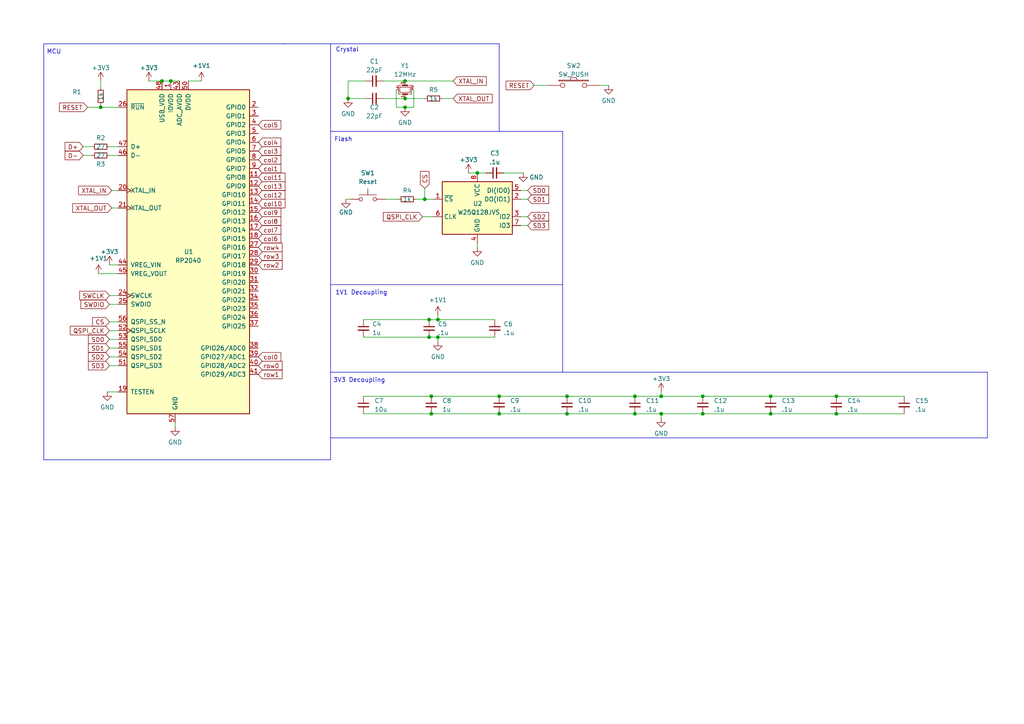
<source format=kicad_sch>
(kicad_sch (version 20230221) (generator eeschema)
  (paper "A4")
  (lib_symbols
    (symbol "Device:C_Small" (pin_numbers hide) (pin_names (offset 0.254) hide)
      (property "Reference" "C" (at 0.254 1.778 0))
      (property "Value" "C_Small" (at 0.254 -2.032 0))
      (symbol "C_Small_0_1"
        (polyline (pts (xy -1.524 -0.508) (xy 1.524 -0.508)) (stroke (width 0.3302)))
        (polyline (pts (xy -1.524 0.508) (xy 1.524 0.508)) (stroke (width 0.3048)))
      )
      (symbol "C_Small_1_1"
        (pin passive line (at 0 2.54 270) (length 2.032) (name "~") (number "1"))
        (pin passive line (at 0 -2.54 90) (length 2.032) (name "~") (number "2"))
      )
    )
    (symbol "Device:Crystal_GND24_Small" (pin_names (offset 1.016) hide)
      (property "Reference" "Y" (at 1.27 4.445 0))
      (property "Value" "Crystal_GND24_Small" (at 1.27 2.54 0))
      (symbol "Crystal_GND24_Small_0_1"
        (rectangle (start -0.762 -1.524) (end 0.762 1.524))
        (polyline (pts (xy -1.27 -0.762) (xy -1.27 0.762)) (stroke (width 0.381)))
        (polyline (pts (xy 1.27 -0.762) (xy 1.27 0.762)) (stroke (width 0.381)))
        (polyline (pts (xy -1.27 -1.27) (xy -1.27 -1.905) (xy 1.27 -1.905) (xy 1.27 -1.27)))
        (polyline (pts (xy -1.27 1.27) (xy -1.27 1.905) (xy 1.27 1.905) (xy 1.27 1.27)))
      )
      (symbol "Crystal_GND24_Small_1_1"
        (pin passive line (at -2.54 0 0) (length 1.27) (name "1") (number "1"))
        (pin passive line (at 0 -2.54 90) (length 0.635) (name "2") (number "2"))
        (pin passive line (at 2.54 0 180) (length 1.27) (name "3") (number "3"))
        (pin passive line (at 0 2.54 270) (length 0.635) (name "4") (number "4"))
      )
    )
    (symbol "Device:R_Small" (pin_numbers hide) (pin_names (offset 0.254) hide)
      (property "Reference" "R" (at 0.762 0.508 0))
      (property "Value" "R_Small" (at 0.762 -1.016 0))
      (symbol "R_Small_0_1"
        (rectangle (start -0.762 1.778) (end 0.762 -1.778) (stroke (width 0.2032)))
      )
      (symbol "R_Small_1_1"
        (pin passive line (at 0 2.54 270) (length 0.762) (name "~") (number "1"))
        (pin passive line (at 0 -2.54 90) (length 0.762) (name "~") (number "2"))
      )
    )
    (symbol "Memory_Flash:W25Q128JVS"
      (property "Reference" "U" (at -8.89 8.89 0))
      (property "Value" "W25Q128JVS" (at 7.62 8.89 0))
      (symbol "W25Q128JVS_0_1"
        (rectangle (start -10.16 7.62) (end 10.16 -7.62) (stroke (width 0.254)) (fill (type background)))
      )
      (symbol "W25Q128JVS_1_1"
        (pin input line (at -12.7 2.54 0) (length 2.54) (name "~{CS}") (number "1"))
        (pin bidirectional line (at 12.7 2.54 180) (length 2.54) (name "DO(IO1)") (number "2"))
        (pin bidirectional line (at 12.7 -2.54 180) (length 2.54) (name "IO2") (number "3"))
        (pin power_in line (at 0 -10.16 90) (length 2.54) (name "GND") (number "4"))
        (pin bidirectional line (at 12.7 5.08 180) (length 2.54) (name "DI(IO0)") (number "5"))
        (pin input line (at -12.7 -2.54 0) (length 2.54) (name "CLK") (number "6"))
        (pin bidirectional line (at 12.7 -5.08 180) (length 2.54) (name "IO3") (number "7"))
        (pin power_in line (at 0 10.16 270) (length 2.54) (name "VCC") (number "8"))
      )
    )
    (symbol "Switch:SW_Push" (pin_numbers hide) (pin_names (offset 1.016) hide)
      (property "Reference" "SW" (at 1.27 2.54 0))
      (property "Value" "SW_Push" (at 0 -1.524 0))
      (symbol "SW_Push_0_1"
        (circle (center -2.032 0) (radius 0.508))
        (polyline (pts (xy 0 1.27) (xy 0 3.048)))
        (polyline (pts (xy 2.54 1.27) (xy -2.54 1.27)))
        (circle (center 2.032 0) (radius 0.508))
        (pin passive line (at -5.08 0 0) (length 2.54) (name "1") (number "1"))
        (pin passive line (at 5.08 0 180) (length 2.54) (name "2") (number "2"))
      )
    )
    (symbol "cipulot_parts:RP2040" (pin_names (offset 1.016))
      (property "Reference" "U" (at 8.89 51.435 0))
      (property "Value" "RP2040" (at 8.89 48.895 0))
      (symbol "RP2040_0_0"
        (rectangle (start -17.78 -45.72) (end 17.78 48.26) (stroke (width 0.254)) (fill (type background)))
      )
      (symbol "RP2040_1_1"
        (pin power_in line (at -5.08 50.8 270) (length 2.54) (name "IOVDD") (number "1"))
        (pin power_in line (at -5.08 50.8 270) (length 2.54) hide (name "IOVDD") (number "10"))
        (pin input line (at 20.32 22.86 180) (length 2.54) (name "GPIO8") (number "11"))
        (pin input line (at 20.32 20.32 180) (length 2.54) (name "GPIO9") (number "12"))
        (pin input line (at 20.32 17.78 180) (length 2.54) (name "GPIO10") (number "13"))
        (pin input line (at 20.32 15.24 180) (length 2.54) (name "GPIO11") (number "14"))
        (pin input line (at 20.32 12.7 180) (length 2.54) (name "GPIO12") (number "15"))
        (pin input line (at 20.32 10.16 180) (length 2.54) (name "GPIO13") (number "16"))
        (pin input line (at 20.32 7.62 180) (length 2.54) (name "GPIO14") (number "17"))
        (pin input line (at 20.32 5.08 180) (length 2.54) (name "GPIO15") (number "18"))
        (pin input line (at -20.32 -39.37 0) (length 2.54) (name "TESTEN") (number "19"))
        (pin input line (at 20.32 43.18 180) (length 2.54) (name "GPIO0") (number "2"))
        (pin input clock (at -20.32 19.05 0) (length 2.54) (name "XTAL_IN") (number "20"))
        (pin input clock (at -20.32 13.97 0) (length 2.54) (name "XTAL_OUT") (number "21"))
        (pin power_in line (at -5.08 50.8 270) (length 2.54) hide (name "IOVDD") (number "22"))
        (pin power_in line (at 0 50.8 270) (length 2.54) hide (name "DVDD") (number "23"))
        (pin input clock (at -20.32 -11.43 0) (length 2.54) (name "SWCLK") (number "24"))
        (pin bidirectional line (at -20.32 -13.97 0) (length 2.54) (name "SWDIO") (number "25"))
        (pin input line (at -20.32 43.18 0) (length 2.54) (name "~{RUN}") (number "26"))
        (pin input line (at 20.32 2.54 180) (length 2.54) (name "GPIO16") (number "27"))
        (pin input line (at 20.32 0 180) (length 2.54) (name "GPIO17") (number "28"))
        (pin input line (at 20.32 -2.54 180) (length 2.54) (name "GPIO18") (number "29"))
        (pin input line (at 20.32 40.64 180) (length 2.54) (name "GPIO1") (number "3"))
        (pin input line (at 20.32 -5.08 180) (length 2.54) (name "GPIO19") (number "30"))
        (pin input line (at 20.32 -7.62 180) (length 2.54) (name "GPIO20") (number "31"))
        (pin input line (at 20.32 -10.16 180) (length 2.54) (name "GPIO21") (number "32"))
        (pin power_in line (at -5.08 50.8 270) (length 2.54) hide (name "IOVDD") (number "33"))
        (pin input line (at 20.32 -12.7 180) (length 2.54) (name "GPIO22") (number "34"))
        (pin input line (at 20.32 -15.24 180) (length 2.54) (name "GPIO23") (number "35"))
        (pin input line (at 20.32 -17.78 180) (length 2.54) (name "GPIO24") (number "36"))
        (pin input line (at 20.32 -20.32 180) (length 2.54) (name "GPIO25") (number "37"))
        (pin input line (at 20.32 -26.67 180) (length 2.54) (name "GPIO26/ADC0") (number "38"))
        (pin input line (at 20.32 -29.21 180) (length 2.54) (name "GPIO27/ADC1") (number "39"))
        (pin input line (at 20.32 38.1 180) (length 2.54) (name "GPIO2") (number "4"))
        (pin input line (at 20.32 -31.75 180) (length 2.54) (name "GPIO28/ADC2") (number "40"))
        (pin input line (at 20.32 -34.29 180) (length 2.54) (name "GPIO29/ADC3") (number "41"))
        (pin power_in line (at -5.08 50.8 270) (length 2.54) hide (name "IOVDD") (number "42"))
        (pin power_in line (at -2.54 50.8 270) (length 2.54) (name "ADC_AVDD") (number "43"))
        (pin power_in line (at -20.32 -2.54 0) (length 2.54) (name "VREG_VIN") (number "44"))
        (pin power_out line (at -20.32 -5.08 0) (length 2.54) (name "VREG_VOUT") (number "45"))
        (pin bidirectional line (at -20.32 29.21 0) (length 2.54) (name "D-") (number "46"))
        (pin bidirectional line (at -20.32 31.75 0) (length 2.54) (name "D+") (number "47"))
        (pin power_in line (at -7.62 50.8 270) (length 2.54) (name "USB_VDD") (number "48"))
        (pin power_in line (at -5.08 50.8 270) (length 2.54) hide (name "IOVDD") (number "49"))
        (pin input line (at 20.32 35.56 180) (length 2.54) (name "GPIO3") (number "5"))
        (pin power_in line (at 0 50.8 270) (length 2.54) (name "DVDD") (number "50"))
        (pin bidirectional line (at -20.32 -31.75 0) (length 2.54) (name "QSPI_SD3") (number "51"))
        (pin input clock (at -20.32 -21.59 0) (length 2.54) (name "QSPI_SCLK") (number "52"))
        (pin bidirectional line (at -20.32 -24.13 0) (length 2.54) (name "QSPI_SD0") (number "53"))
        (pin bidirectional line (at -20.32 -29.21 0) (length 2.54) (name "QSPI_SD2") (number "54"))
        (pin bidirectional line (at -20.32 -26.67 0) (length 2.54) (name "QSPI_SD1") (number "55"))
        (pin bidirectional line (at -20.32 -19.05 0) (length 2.54) (name "QSPI_SS_N") (number "56"))
        (pin power_in line (at -3.81 -48.26 90) (length 2.54) (name "GND") (number "57"))
        (pin input line (at 20.32 33.02 180) (length 2.54) (name "GPIO4") (number "6"))
        (pin input line (at 20.32 30.48 180) (length 2.54) (name "GPIO5") (number "7"))
        (pin input line (at 20.32 27.94 180) (length 2.54) (name "GPIO6") (number "8"))
        (pin input line (at 20.32 25.4 180) (length 2.54) (name "GPIO7") (number "9"))
      )
    )
    (symbol "cipulot_parts:SW_PUSH" (pin_numbers hide) (pin_names (offset 1.016) hide)
      (property "Reference" "SW" (at 3.81 2.794 0))
      (property "Value" "SW_PUSH" (at 0 -2.032 0))
      (symbol "SW_PUSH_0_1"
        (rectangle (start -4.318 1.27) (end 4.318 1.524))
        (polyline (pts (xy -1.016 1.524) (xy -0.762 2.286) (xy 0.762 2.286) (xy 1.016 1.524)))
        (pin passive inverted (at -7.62 0 0) (length 5.08) (name "1") (number "1"))
        (pin passive inverted (at 7.62 0 180) (length 5.08) (name "2") (number "2"))
      )
    )
    (symbol "power:+1V1" (power) (pin_names (offset 0))
      (property "Value" "+1V1" (at 0 3.556 0))
      (symbol "+1V1_0_1"
        (polyline (pts (xy -0.762 1.27) (xy 0 2.54)))
        (polyline (pts (xy 0 0) (xy 0 2.54)))
        (polyline (pts (xy 0 2.54) (xy 0.762 1.27)))
      )
      (symbol "+1V1_1_1"
        (pin power_in line (at 0 0 90) (length 0) hide (name "+1V1") (number "1"))
      )
    )
    (symbol "power:+3V3" (power) (pin_names (offset 0))
      (property "Value" "+3V3" (at 0 3.556 0))
      (symbol "+3V3_0_1"
        (polyline (pts (xy -0.762 1.27) (xy 0 2.54)))
        (polyline (pts (xy 0 0) (xy 0 2.54)))
        (polyline (pts (xy 0 2.54) (xy 0.762 1.27)))
      )
      (symbol "+3V3_1_1"
        (pin power_in line (at 0 0 90) (length 0) hide (name "+3V3") (number "1"))
      )
    )
    (symbol "power:GND" (power) (pin_names (offset 0))
      (property "Value" "GND" (at 0 -3.81 0))
      (symbol "GND_0_1"
        (polyline (pts (xy 0 0) (xy 0 -1.27) (xy 1.27 -1.27) (xy 0 -2.54) (xy -1.27 -1.27) (xy 0 -1.27)))
      )
      (symbol "GND_1_1"
        (pin power_in line (at 0 0 270) (length 0) hide (name "GND") (number "1"))
      )
    )
  )
  (junction (at 46.99 23.495))
  (junction (at 242.57 114.935))
  (junction (at 203.835 114.935))
  (junction (at 100.965 28.575))
  (junction (at 184.15 120.015))
  (junction (at 223.52 114.935))
  (junction (at 117.475 28.575))
  (junction (at 164.465 120.015))
  (junction (at 191.77 120.015))
  (junction (at 223.52 120.015))
  (junction (at 127 97.79))
  (junction (at 125.095 114.935))
  (junction (at 138.43 50.165))
  (junction (at 29.21 31.115))
  (junction (at 144.78 120.015))
  (junction (at 124.46 92.71))
  (junction (at 203.835 120.015))
  (junction (at 125.095 120.015))
  (junction (at 123.19 57.785))
  (junction (at 164.465 114.935))
  (junction (at 144.78 114.935))
  (junction (at 127 92.71))
  (junction (at 49.53 23.495))
  (junction (at 124.46 97.79))
  (junction (at 184.15 114.935))
  (junction (at 117.475 31.115))
  (junction (at 117.475 23.495))
  (junction (at 191.77 114.935))
  (junction (at 242.57 120.015))
  (wire (pts (xy 127 97.79) (xy 143.51 97.79)))
  (polyline (pts (xy 163.195 38.1) (xy 163.195 82.55)))
  (wire (pts (xy 114.935 31.115) (xy 117.475 31.115)))
  (wire (pts (xy 184.15 120.015) (xy 191.77 120.015)))
  (wire (pts (xy 32.385 55.245) (xy 34.29 55.245)))
  (wire (pts (xy 29.21 23.495) (xy 29.21 25.4)))
  (wire (pts (xy 46.99 23.495) (xy 49.53 23.495)))
  (wire (pts (xy 31.115 113.665) (xy 34.29 113.665)))
  (wire (pts (xy 31.75 45.085) (xy 34.29 45.085)))
  (wire (pts (xy 122.555 62.865) (xy 125.73 62.865)))
  (wire (pts (xy 151.13 55.245) (xy 153.035 55.245)))
  (wire (pts (xy 31.75 42.545) (xy 34.29 42.545)))
  (wire (pts (xy 191.77 121.285) (xy 191.77 120.015)))
  (wire (pts (xy 25.4 31.115) (xy 29.21 31.115)))
  (wire (pts (xy 146.05 50.165) (xy 151.765 50.165)))
  (polyline (pts (xy 81.915 12.7) (xy 95.885 12.7)))
  (polyline (pts (xy 163.195 82.55) (xy 163.195 107.95)))
  (wire (pts (xy 54.61 23.495) (xy 58.42 23.495)))
  (wire (pts (xy 31.75 88.265) (xy 34.29 88.265)))
  (wire (pts (xy 31.75 106.045) (xy 34.29 106.045)))
  (wire (pts (xy 127 91.44) (xy 127 92.71)))
  (wire (pts (xy 114.935 26.035) (xy 114.935 31.115)))
  (wire (pts (xy 151.13 65.405) (xy 153.035 65.405)))
  (wire (pts (xy 173.99 24.765) (xy 176.53 24.765)))
  (wire (pts (xy 144.78 114.935) (xy 164.465 114.935)))
  (wire (pts (xy 144.78 120.015) (xy 164.465 120.015)))
  (wire (pts (xy 117.475 28.575) (xy 123.19 28.575)))
  (wire (pts (xy 31.75 76.835) (xy 34.29 76.835)))
  (polyline (pts (xy 82.55 133.35) (xy 95.885 133.35)))
  (wire (pts (xy 105.41 120.015) (xy 125.095 120.015)))
  (wire (pts (xy 100.965 23.495) (xy 106.045 23.495)))
  (wire (pts (xy 123.19 57.785) (xy 125.73 57.785)))
  (wire (pts (xy 24.13 42.545) (xy 26.67 42.545)))
  (wire (pts (xy 127 97.79) (xy 127 99.06)))
  (wire (pts (xy 138.43 50.165) (xy 140.97 50.165)))
  (wire (pts (xy 28.575 79.375) (xy 34.29 79.375)))
  (wire (pts (xy 203.835 114.935) (xy 223.52 114.935)))
  (wire (pts (xy 191.77 120.015) (xy 203.835 120.015)))
  (wire (pts (xy 120.65 57.785) (xy 123.19 57.785)))
  (polyline (pts (xy 95.885 127) (xy 286.385 127)))
  (wire (pts (xy 31.75 100.965) (xy 34.29 100.965)))
  (wire (pts (xy 31.75 98.425) (xy 34.29 98.425)))
  (wire (pts (xy 111.125 23.495) (xy 117.475 23.495)))
  (wire (pts (xy 29.21 31.115) (xy 34.29 31.115)))
  (wire (pts (xy 29.21 30.48) (xy 29.21 31.115)))
  (wire (pts (xy 49.53 23.495) (xy 52.07 23.495)))
  (wire (pts (xy 31.75 95.885) (xy 34.29 95.885)))
  (polyline (pts (xy 82.55 133.35) (xy 12.7 133.35)))
  (wire (pts (xy 127 92.71) (xy 143.51 92.71)))
  (wire (pts (xy 223.52 120.015) (xy 242.57 120.015)))
  (wire (pts (xy 128.27 28.575) (xy 131.445 28.575)))
  (wire (pts (xy 100.965 28.575) (xy 106.045 28.575)))
  (wire (pts (xy 223.52 114.935) (xy 242.57 114.935)))
  (wire (pts (xy 242.57 120.015) (xy 262.255 120.015)))
  (wire (pts (xy 164.465 114.935) (xy 184.15 114.935)))
  (wire (pts (xy 105.41 114.935) (xy 125.095 114.935)))
  (wire (pts (xy 111.125 28.575) (xy 117.475 28.575)))
  (wire (pts (xy 31.75 103.505) (xy 34.29 103.505)))
  (wire (pts (xy 120.015 26.035) (xy 120.015 31.115)))
  (wire (pts (xy 123.19 54.61) (xy 123.19 57.785)))
  (wire (pts (xy 111.76 57.785) (xy 115.57 57.785)))
  (wire (pts (xy 50.8 122.555) (xy 50.8 123.825)))
  (wire (pts (xy 164.465 120.015) (xy 184.15 120.015)))
  (wire (pts (xy 31.75 85.725) (xy 34.29 85.725)))
  (wire (pts (xy 125.095 120.015) (xy 144.78 120.015)))
  (polyline (pts (xy 286.385 107.95) (xy 286.385 127)))
  (polyline (pts (xy 12.7 12.7) (xy 82.55 12.7)))
  (polyline (pts (xy 144.78 12.7) (xy 144.78 38.1)))
  (polyline (pts (xy 144.78 38.1) (xy 163.195 38.1)))
  (polyline (pts (xy 95.885 107.95) (xy 163.195 107.95)))
  (polyline (pts (xy 95.885 12.7) (xy 95.885 133.35)))
  (wire (pts (xy 105.41 92.71) (xy 124.46 92.71)))
  (polyline (pts (xy 144.78 38.1) (xy 95.885 38.1)))
  (wire (pts (xy 100.965 28.575) (xy 100.965 23.495)))
  (wire (pts (xy 31.75 93.345) (xy 34.29 93.345)))
  (wire (pts (xy 191.77 114.935) (xy 203.835 114.935)))
  (wire (pts (xy 203.835 120.015) (xy 223.52 120.015)))
  (wire (pts (xy 184.15 114.935) (xy 191.77 114.935)))
  (polyline (pts (xy 95.885 12.7) (xy 144.78 12.7)))
  (wire (pts (xy 151.13 57.785) (xy 153.035 57.785)))
  (wire (pts (xy 135.89 50.165) (xy 138.43 50.165)))
  (wire (pts (xy 125.095 114.935) (xy 144.78 114.935)))
  (wire (pts (xy 154.94 24.765) (xy 158.75 24.765)))
  (wire (pts (xy 43.18 23.495) (xy 46.99 23.495)))
  (polyline (pts (xy 12.7 12.7) (xy 12.7 133.35)))
  (wire (pts (xy 100.33 57.785) (xy 101.6 57.785)))
  (wire (pts (xy 124.46 92.71) (xy 127 92.71)))
  (wire (pts (xy 32.385 60.325) (xy 34.29 60.325)))
  (wire (pts (xy 120.015 31.115) (xy 117.475 31.115)))
  (wire (pts (xy 117.475 23.495) (xy 131.445 23.495)))
  (polyline (pts (xy 163.195 82.55) (xy 95.885 82.55)))
  (wire (pts (xy 105.41 97.79) (xy 124.46 97.79)))
  (polyline (pts (xy 163.195 107.95) (xy 286.385 107.95)))
  (wire (pts (xy 124.46 97.79) (xy 127 97.79)))
  (wire (pts (xy 138.43 70.485) (xy 138.43 71.755)))
  (wire (pts (xy 191.77 113.665) (xy 191.77 114.935)))
  (wire (pts (xy 151.13 62.865) (xy 153.035 62.865)))
  (wire (pts (xy 24.13 45.085) (xy 26.67 45.085)))
  (wire (pts (xy 242.57 114.935) (xy 262.255 114.935)))
  (text "1V1 Decoupling" (at 112.395 85.725 0) (effects (font (size 1.27 1.27)) (justify right bottom)))
  (text "Flash\n" (at 102.235 41.275 0) (effects (font (size 1.27 1.27)) (justify right bottom)))
  (text "3V3 Decoupling" (at 111.76 111.125 0) (effects (font (size 1.27 1.27)) (justify right bottom)))
  (text "Crystal\n" (at 104.14 15.24 0) (effects (font (size 1.27 1.27)) (justify right bottom)))
  (text "MCU\n" (at 17.78 15.875 0) (effects (font (size 1.27 1.27)) (justify right bottom)))
  (global_label "XTAL_IN" (shape input) (at 131.445 23.495 0) (property "Intersheetrefs" "${INTERSHEET_REFS}" (effects hide)))
  (global_label "D-" (shape input) (at 24.13 45.085 180) (property "Intersheetrefs" "${INTERSHEET_REFS}" (effects hide)))
  (global_label "CS" (shape input) (at 31.75 93.345 180) (property "Intersheetrefs" "${INTERSHEET_REFS}" (effects hide)))
  (global_label "col7" (shape input) (at 74.93 66.675 0) (property "Intersheetrefs" "${INTERSHEET_REFS}" (effects hide)))
  (global_label "SD2" (shape input) (at 31.75 103.505 180) (property "Intersheetrefs" "${INTERSHEET_REFS}" (effects hide)))
  (global_label "col6" (shape input) (at 74.93 69.215 0) (property "Intersheetrefs" "${INTERSHEET_REFS}" (effects hide)))
  (global_label "col2" (shape input) (at 74.93 46.355 0) (property "Intersheetrefs" "${INTERSHEET_REFS}" (effects hide)))
  (global_label "row1" (shape input) (at 74.93 108.585 0) (property "Intersheetrefs" "${INTERSHEET_REFS}" (effects hide)))
  (global_label "col12" (shape input) (at 74.93 56.515 0) (property "Intersheetrefs" "${INTERSHEET_REFS}" (effects hide)))
  (global_label "row3" (shape input) (at 74.93 74.295 0) (property "Intersheetrefs" "${INTERSHEET_REFS}" (effects hide)))
  (global_label "QSPI_CLK" (shape input) (at 31.75 95.885 180) (property "Intersheetrefs" "${INTERSHEET_REFS}" (effects hide)))
  (global_label "RESET" (shape input) (at 25.4 31.115 180) (property "Intersheetrefs" "${INTERSHEET_REFS}" (effects hide)))
  (global_label "XTAL_IN" (shape input) (at 32.385 55.245 180) (property "Intersheetrefs" "${INTERSHEET_REFS}" (effects hide)))
  (global_label "row0" (shape input) (at 74.93 106.045 0) (property "Intersheetrefs" "${INTERSHEET_REFS}" (effects hide)))
  (global_label "XTAL_OUT" (shape input) (at 131.445 28.575 0) (property "Intersheetrefs" "${INTERSHEET_REFS}" (effects hide)))
  (global_label "col0" (shape input) (at 74.93 103.505 0) (property "Intersheetrefs" "${INTERSHEET_REFS}" (effects hide)))
  (global_label "SD1" (shape input) (at 31.75 100.965 180) (property "Intersheetrefs" "${INTERSHEET_REFS}" (effects hide)))
  (global_label "XTAL_OUT" (shape input) (at 32.385 60.325 180) (property "Intersheetrefs" "${INTERSHEET_REFS}" (effects hide)))
  (global_label "col8" (shape input) (at 74.93 64.135 0) (property "Intersheetrefs" "${INTERSHEET_REFS}" (effects hide)))
  (global_label "SD1" (shape input) (at 153.035 57.785 0) (property "Intersheetrefs" "${INTERSHEET_REFS}" (effects hide)))
  (global_label "SWDIO" (shape input) (at 31.75 88.265 180) (property "Intersheetrefs" "${INTERSHEET_REFS}" (effects hide)))
  (global_label "D+" (shape input) (at 24.13 42.545 180) (property "Intersheetrefs" "${INTERSHEET_REFS}" (effects hide)))
  (global_label "SD0" (shape input) (at 31.75 98.425 180) (property "Intersheetrefs" "${INTERSHEET_REFS}" (effects hide)))
  (global_label "QSPI_CLK" (shape input) (at 122.555 62.865 180) (property "Intersheetrefs" "${INTERSHEET_REFS}" (effects hide)))
  (global_label "SD3" (shape input) (at 31.75 106.045 180) (property "Intersheetrefs" "${INTERSHEET_REFS}" (effects hide)))
  (global_label "SD3" (shape input) (at 153.035 65.405 0) (property "Intersheetrefs" "${INTERSHEET_REFS}" (effects hide)))
  (global_label "col9" (shape input) (at 74.93 61.595 0) (property "Intersheetrefs" "${INTERSHEET_REFS}" (effects hide)))
  (global_label "col13" (shape input) (at 74.93 53.975 0) (property "Intersheetrefs" "${INTERSHEET_REFS}" (effects hide)))
  (global_label "SD0" (shape input) (at 153.035 55.245 0) (property "Intersheetrefs" "${INTERSHEET_REFS}" (effects hide)))
  (global_label "row2" (shape input) (at 74.93 76.835 0) (property "Intersheetrefs" "${INTERSHEET_REFS}" (effects hide)))
  (global_label "col10" (shape input) (at 74.93 59.055 0) (property "Intersheetrefs" "${INTERSHEET_REFS}" (effects hide)))
  (global_label "col1" (shape input) (at 74.93 48.895 0) (property "Intersheetrefs" "${INTERSHEET_REFS}" (effects hide)))
  (global_label "SWCLK" (shape input) (at 31.75 85.725 180) (property "Intersheetrefs" "${INTERSHEET_REFS}" (effects hide)))
  (global_label "RESET" (shape input) (at 154.94 24.765 180) (property "Intersheetrefs" "${INTERSHEET_REFS}" (effects hide)))
  (global_label "SD2" (shape input) (at 153.035 62.865 0) (property "Intersheetrefs" "${INTERSHEET_REFS}" (effects hide)))
  (global_label "col3" (shape input) (at 74.93 43.815 0) (property "Intersheetrefs" "${INTERSHEET_REFS}" (effects hide)))
  (global_label "col4" (shape input) (at 74.93 41.275 0) (property "Intersheetrefs" "${INTERSHEET_REFS}" (effects hide)))
  (global_label "row4" (shape input) (at 74.93 71.755 0) (property "Intersheetrefs" "${INTERSHEET_REFS}" (effects hide)))
  (global_label "col5" (shape input) (at 74.93 36.195 0) (property "Intersheetrefs" "${INTERSHEET_REFS}" (effects hide)))
  (global_label "CS" (shape input) (at 123.19 54.61 90) (property "Intersheetrefs" "${INTERSHEET_REFS}" (effects hide)))
  (global_label "col11" (shape input) (at 74.93 51.435 0) (property "Intersheetrefs" "${INTERSHEET_REFS}" (effects hide)))
  (symbol (lib_id "Device:C_Small") (at 143.51 50.165 90) (unit 1)
    (property "Reference" "C3" (at 143.51 44.45 90))
    (property "Value" ".1u" (at 143.51 46.99 90))
    (property "Footprint" "Capacitor_SMD:C_0402_1005Metric" (effects hide))
  )
  (symbol (lib_id "Device:C_Small") (at 108.585 28.575 90) (unit 1)
    (property "Reference" "C2" (at 108.585 31.115 90))
    (property "Value" "22pF" (at 108.585 33.655 90))
    (property "Footprint" "Capacitor_SMD:C_0402_1005Metric" (effects hide))
  )
  (symbol (lib_id "Device:C_Small") (at 203.835 117.475 0) (unit 1)
    (property "Reference" "C12" (at 207.01 116.2112 0) (effects (justify left)))
    (property "Value" ".1u" (at 207.01 118.7512 0) (effects (justify left)))
    (property "Footprint" "Capacitor_SMD:C_0402_1005Metric" (effects hide))
  )
  (symbol (lib_id "power:GND") (at 117.475 31.115 0) (unit 1)
    (property "Reference" "#PWR0114" (effects hide))
    (property "Value" "GND" (at 117.475 35.56 0))
  )
  (symbol (lib_id "Device:C_Small") (at 223.52 117.475 0) (unit 1)
    (property "Reference" "C13" (at 226.695 116.2112 0) (effects (justify left)))
    (property "Value" ".1u" (at 226.695 118.7512 0) (effects (justify left)))
    (property "Footprint" "Capacitor_SMD:C_0402_1005Metric" (effects hide))
  )
  (symbol (lib_id "Device:C_Small") (at 143.51 95.25 0) (unit 1)
    (property "Reference" "C6" (at 146.05 93.9862 0) (effects (justify left)))
    (property "Value" ".1u" (at 146.05 96.5262 0) (effects (justify left)))
    (property "Footprint" "Capacitor_SMD:C_0402_1005Metric" (effects hide))
  )
  (symbol (lib_id "power:GND") (at 127 99.06 0) (unit 1)
    (property "Reference" "#PWR0101" (effects hide))
    (property "Value" "GND" (at 127 103.505 0))
  )
  (symbol (lib_id "Device:C_Small") (at 124.46 95.25 0) (unit 1)
    (property "Reference" "C5" (at 127 93.9862 0) (effects (justify left)))
    (property "Value" ".1u" (at 127 96.5262 0) (effects (justify left)))
    (property "Footprint" "Capacitor_SMD:C_0402_1005Metric" (effects hide))
  )
  (symbol (lib_id "power:GND") (at 50.8 123.825 0) (unit 1)
    (property "Reference" "#PWR0103" (effects hide))
    (property "Value" "GND" (at 50.8 128.27 0))
  )
  (symbol (lib_id "Switch:SW_Push") (at 106.68 57.785 0) (unit 1)
    (property "Reference" "SW1" (at 106.68 50.165 0))
    (property "Value" "Reset" (at 106.68 52.705 0))
    (property "Footprint" "Button_Switch_SMD:SW_SPST_TL3342" (effects hide))
  )
  (symbol (lib_id "Device:R_Small") (at 118.11 57.785 90) (unit 1)
    (property "Reference" "R4" (at 118.11 55.245 90))
    (property "Value" "1k" (at 118.11 57.785 90))
    (property "Footprint" "Resistor_SMD:R_0402_1005Metric" (effects hide))
  )
  (symbol (lib_id "power:GND") (at 100.33 57.785 0) (unit 1)
    (property "Reference" "#PWR0112" (effects hide))
    (property "Value" "GND" (at 100.33 61.595 0))
  )
  (symbol (lib_id "Device:C_Small") (at 144.78 117.475 0) (unit 1)
    (property "Reference" "C9" (at 147.955 116.2112 0) (effects (justify left)))
    (property "Value" ".1u" (at 147.955 118.7512 0) (effects (justify left)))
    (property "Footprint" "Capacitor_SMD:C_0402_1005Metric" (effects hide))
  )
  (symbol (lib_id "power:+1V1") (at 58.42 23.495 0) (unit 1)
    (property "Reference" "#PWR0107" (effects hide))
    (property "Value" "+1V1" (at 58.42 19.05 0))
  )
  (symbol (lib_id "Device:Crystal_GND24_Small") (at 117.475 26.035 90) (unit 1)
    (property "Reference" "Y1" (at 117.475 19.05 90))
    (property "Value" "12MHz" (at 117.475 21.59 90))
    (property "Footprint" "Crystal:Crystal_SMD_3225-4Pin_3.2x2.5mm" (effects hide))
  )
  (symbol (lib_id "Device:C_Small") (at 262.255 117.475 0) (unit 1)
    (property "Reference" "C15" (at 265.43 116.2112 0) (effects (justify left)))
    (property "Value" ".1u" (at 265.43 118.7512 0) (effects (justify left)))
    (property "Footprint" "Capacitor_SMD:C_0402_1005Metric" (effects hide))
  )
  (symbol (lib_id "cipulot_parts:SW_PUSH") (at 166.37 24.765 0) (unit 1)
    (property "Reference" "SW2" (at 166.37 19.05 0))
    (property "Value" "SW_PUSH" (at 166.37 21.59 0))
    (property "Footprint" "Button_Switch_SMD:SW_SPST_TL3342" (effects hide))
  )
  (symbol (lib_id "power:+3V3") (at 29.21 23.495 0) (unit 1)
    (property "Reference" "#PWR0108" (effects hide))
    (property "Value" "+3V3" (at 29.21 19.685 0))
  )
  (symbol (lib_id "power:GND") (at 191.77 121.285 0) (unit 1)
    (property "Reference" "#PWR0111" (effects hide))
    (property "Value" "GND" (at 191.77 125.73 0))
  )
  (symbol (lib_id "Device:R_Small") (at 125.73 28.575 90) (unit 1)
    (property "Reference" "R5" (at 125.73 26.035 90))
    (property "Value" "1k" (at 125.73 28.575 90))
    (property "Footprint" "Resistor_SMD:R_0402_1005Metric" (effects hide))
  )
  (symbol (lib_id "power:GND") (at 151.765 50.165 0) (unit 1)
    (property "Reference" "#PWR0115" (effects hide))
    (property "Value" "GND" (at 155.575 51.435 0))
  )
  (symbol (lib_id "Device:C_Small") (at 184.15 117.475 0) (unit 1)
    (property "Reference" "C11" (at 187.325 116.2112 0) (effects (justify left)))
    (property "Value" ".1u" (at 187.325 118.7512 0) (effects (justify left)))
    (property "Footprint" "Capacitor_SMD:C_0402_1005Metric" (effects hide))
  )
  (symbol (lib_id "Device:R_Small") (at 29.21 27.94 0) (unit 1)
    (property "Reference" "R1" (at 20.955 26.67 0) (effects (justify left)))
    (property "Value" "1k" (at 29.21 29.21 90) (effects (justify left)))
    (property "Footprint" "Resistor_SMD:R_0402_1005Metric" (effects hide))
  )
  (symbol (lib_id "Memory_Flash:W25Q128JVS") (at 138.43 60.325 0) (unit 1)
    (property "Reference" "U2" (at 137.16 59.055 0) (effects (justify left)))
    (property "Value" "W25Q128JVS" (at 132.715 61.595 0) (effects (justify left)))
    (property "Footprint" "Package_SO:SOIC-8_5.23x5.23mm_P1.27mm" (effects hide))
    (property "Datasheet" "http://www.winbond.com/resource-files/w25q128jv_dtr%20revc%2003272018%20plus.pdf" (effects hide))
  )
  (symbol (lib_id "power:GND") (at 100.965 28.575 0) (unit 1)
    (property "Reference" "#PWR0113" (effects hide))
    (property "Value" "GND" (at 100.965 33.02 0))
  )
  (symbol (lib_id "Device:R_Small") (at 29.21 45.085 90) (unit 1)
    (property "Reference" "R3" (at 29.21 47.625 90))
    (property "Value" "27" (at 29.21 45.085 90))
    (property "Footprint" "Resistor_SMD:R_0402_1005Metric" (effects hide))
  )
  (symbol (lib_id "Device:C_Small") (at 105.41 117.475 0) (unit 1)
    (property "Reference" "C7" (at 108.585 116.2112 0) (effects (justify left)))
    (property "Value" "10u" (at 108.585 118.7512 0) (effects (justify left)))
    (property "Footprint" "Capacitor_SMD:C_0402_1005Metric" (effects hide))
  )
  (symbol (lib_id "power:GND") (at 31.115 113.665 0) (unit 1)
    (property "Reference" "#PWR0104" (effects hide))
    (property "Value" "GND" (at 31.115 118.11 0))
  )
  (symbol (lib_id "Device:R_Small") (at 29.21 42.545 90) (unit 1)
    (property "Reference" "R2" (at 29.21 40.005 90))
    (property "Value" "27" (at 29.21 42.545 90))
    (property "Footprint" "Resistor_SMD:R_0402_1005Metric" (effects hide))
  )
  (symbol (lib_id "Device:C_Small") (at 108.585 23.495 90) (unit 1)
    (property "Reference" "C1" (at 108.585 17.78 90))
    (property "Value" "22pF" (at 108.585 20.32 90))
    (property "Footprint" "Capacitor_SMD:C_0402_1005Metric" (effects hide))
  )
  (symbol (lib_id "power:GND") (at 138.43 71.755 0) (unit 1)
    (property "Reference" "#PWR0117" (effects hide))
    (property "Value" "GND" (at 138.43 76.2 0))
  )
  (symbol (lib_id "power:+1V1") (at 127 91.44 0) (unit 1)
    (property "Reference" "#PWR0102" (effects hide))
    (property "Value" "+1V1" (at 127 86.995 0))
  )
  (symbol (lib_id "Device:C_Small") (at 105.41 95.25 0) (unit 1)
    (property "Reference" "C4" (at 107.95 93.9862 0) (effects (justify left)))
    (property "Value" "1u" (at 107.95 96.5262 0) (effects (justify left)))
    (property "Footprint" "Capacitor_SMD:C_0402_1005Metric" (effects hide))
  )
  (symbol (lib_id "power:+1V1") (at 28.575 79.375 0) (unit 1)
    (property "Reference" "#PWR0105" (effects hide))
    (property "Value" "+1V1" (at 28.575 74.93 0))
  )
  (symbol (lib_id "Device:C_Small") (at 242.57 117.475 0) (unit 1)
    (property "Reference" "C14" (at 245.745 116.2112 0) (effects (justify left)))
    (property "Value" ".1u" (at 245.745 118.7512 0) (effects (justify left)))
    (property "Footprint" "Capacitor_SMD:C_0402_1005Metric" (effects hide))
  )
  (symbol (lib_id "Device:C_Small") (at 164.465 117.475 0) (unit 1)
    (property "Reference" "C10" (at 167.64 116.2112 0) (effects (justify left)))
    (property "Value" ".1u" (at 167.64 118.7512 0) (effects (justify left)))
    (property "Footprint" "Capacitor_SMD:C_0402_1005Metric" (effects hide))
  )
  (symbol (lib_id "power:+3V3") (at 31.75 76.835 0) (unit 1)
    (property "Reference" "#PWR0106" (effects hide))
    (property "Value" "+3V3" (at 31.75 73.025 0))
  )
  (symbol (lib_id "cipulot_parts:RP2040") (at 54.61 74.295 0) (unit 1)
    (property "Reference" "U1" (at 53.34 73.025 0) (effects (justify left)))
    (property "Value" "RP2040" (at 50.8 75.565 0) (effects (justify left)))
    (property "Footprint" "cipulot_parts:RP2040-QFN-56" (effects hide))
    (property "Datasheet" "https://datasheets.raspberrypi.com/rp2040/rp2040-datasheet.pdf" (effects hide))
  )
  (symbol (lib_id "power:+3V3") (at 43.18 23.495 0) (unit 1)
    (property "Reference" "#PWR0109" (effects hide))
    (property "Value" "+3V3" (at 43.18 19.685 0))
  )
  (symbol (lib_id "power:GND") (at 176.53 24.765 0) (unit 1)
    (property "Reference" "#PWR01" (effects hide))
    (property "Value" "GND" (at 176.53 29.21 0))
  )
  (symbol (lib_id "Device:C_Small") (at 125.095 117.475 0) (unit 1)
    (property "Reference" "C8" (at 128.27 116.2112 0) (effects (justify left)))
    (property "Value" "1u" (at 128.27 118.7512 0) (effects (justify left)))
    (property "Footprint" "Capacitor_SMD:C_0402_1005Metric" (effects hide))
  )
  (symbol (lib_id "power:+3V3") (at 135.89 50.165 0) (unit 1)
    (property "Reference" "#PWR0116" (effects hide))
    (property "Value" "+3V3" (at 135.89 46.355 0))
  )
  (symbol (lib_id "power:+3V3") (at 191.77 113.665 0) (unit 1)
    (property "Reference" "#PWR0110" (effects hide))
    (property "Value" "+3V3" (at 191.77 109.855 0))
  )
)
</source>
